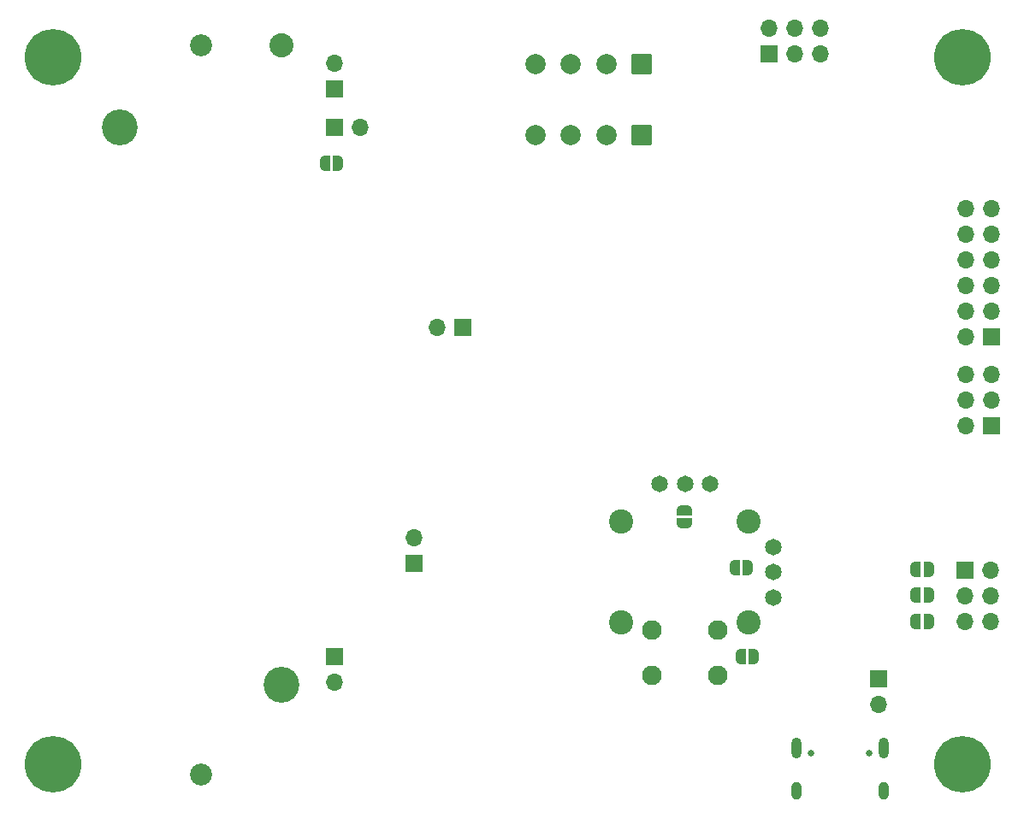
<source format=gbs>
%TF.GenerationSoftware,KiCad,Pcbnew,8.0.2*%
%TF.CreationDate,2024-05-30T20:06:03+01:00*%
%TF.ProjectId,StepUp,53746570-5570-42e6-9b69-6361645f7063,v0.1*%
%TF.SameCoordinates,Original*%
%TF.FileFunction,Soldermask,Bot*%
%TF.FilePolarity,Negative*%
%FSLAX46Y46*%
G04 Gerber Fmt 4.6, Leading zero omitted, Abs format (unit mm)*
G04 Created by KiCad (PCBNEW 8.0.2) date 2024-05-30 20:06:03*
%MOMM*%
%LPD*%
G01*
G04 APERTURE LIST*
G04 Aperture macros list*
%AMRoundRect*
0 Rectangle with rounded corners*
0 $1 Rounding radius*
0 $2 $3 $4 $5 $6 $7 $8 $9 X,Y pos of 4 corners*
0 Add a 4 corners polygon primitive as box body*
4,1,4,$2,$3,$4,$5,$6,$7,$8,$9,$2,$3,0*
0 Add four circle primitives for the rounded corners*
1,1,$1+$1,$2,$3*
1,1,$1+$1,$4,$5*
1,1,$1+$1,$6,$7*
1,1,$1+$1,$8,$9*
0 Add four rect primitives between the rounded corners*
20,1,$1+$1,$2,$3,$4,$5,0*
20,1,$1+$1,$4,$5,$6,$7,0*
20,1,$1+$1,$6,$7,$8,$9,0*
20,1,$1+$1,$8,$9,$2,$3,0*%
%AMFreePoly0*
4,1,19,0.500000,-0.750000,0.000000,-0.750000,0.000000,-0.744911,-0.071157,-0.744911,-0.207708,-0.704816,-0.327430,-0.627875,-0.420627,-0.520320,-0.479746,-0.390866,-0.500000,-0.250000,-0.500000,0.250000,-0.479746,0.390866,-0.420627,0.520320,-0.327430,0.627875,-0.207708,0.704816,-0.071157,0.744911,0.000000,0.744911,0.000000,0.750000,0.500000,0.750000,0.500000,-0.750000,0.500000,-0.750000,
$1*%
%AMFreePoly1*
4,1,19,0.000000,0.744911,0.071157,0.744911,0.207708,0.704816,0.327430,0.627875,0.420627,0.520320,0.479746,0.390866,0.500000,0.250000,0.500000,-0.250000,0.479746,-0.390866,0.420627,-0.520320,0.327430,-0.627875,0.207708,-0.704816,0.071157,-0.744911,0.000000,-0.744911,0.000000,-0.750000,-0.500000,-0.750000,-0.500000,0.750000,0.000000,0.750000,0.000000,0.744911,0.000000,0.744911,
$1*%
G04 Aperture macros list end*
%ADD10C,2.184000*%
%ADD11C,2.390000*%
%ADD12C,3.550000*%
%ADD13O,1.000000X1.800000*%
%ADD14O,1.000000X2.100000*%
%ADD15C,0.650000*%
%ADD16C,1.650000*%
%ADD17C,1.950000*%
%ADD18C,2.400000*%
%ADD19C,5.600000*%
%ADD20R,1.700000X1.700000*%
%ADD21O,1.700000X1.700000*%
%ADD22RoundRect,0.102000X0.900000X0.900000X-0.900000X0.900000X-0.900000X-0.900000X0.900000X-0.900000X0*%
%ADD23C,2.004000*%
%ADD24FreePoly0,180.000000*%
%ADD25FreePoly1,180.000000*%
%ADD26FreePoly0,270.000000*%
%ADD27FreePoly1,270.000000*%
%ADD28FreePoly0,0.000000*%
%ADD29FreePoly1,0.000000*%
G04 APERTURE END LIST*
D10*
%TO.C,BT1*%
X45390000Y-27802000D03*
X45390000Y-100022000D03*
D11*
X53390000Y-27802000D03*
D12*
X37390000Y-36002000D03*
X53390000Y-91202000D03*
%TD*%
D13*
%TO.C,J1*%
X112962000Y-101635000D03*
D14*
X112962000Y-97455000D03*
D13*
X104322000Y-101635000D03*
D14*
X104322000Y-97455000D03*
D15*
X111532000Y-97955000D03*
X105752000Y-97955000D03*
%TD*%
D16*
%TO.C,JOY1*%
X95804500Y-71285000D03*
X93304500Y-71285000D03*
X90804500Y-71285000D03*
X102034500Y-82515000D03*
X102034500Y-80015000D03*
X102034500Y-77515000D03*
D17*
X90054500Y-85765000D03*
X96554500Y-85765000D03*
X90054500Y-90265000D03*
X96554500Y-90265000D03*
D18*
X99629500Y-75015000D03*
X86979500Y-75015000D03*
X86979500Y-85015000D03*
X99629500Y-85015000D03*
%TD*%
D19*
%TO.C,H1*%
X30742000Y-29010000D03*
%TD*%
D20*
%TO.C,J4*%
X123622000Y-56716000D03*
D21*
X121082000Y-56716000D03*
X123622000Y-54176000D03*
X121082000Y-54176000D03*
X123622000Y-51636000D03*
X121082000Y-51636000D03*
X123622000Y-49096000D03*
X121082000Y-49096000D03*
X123622000Y-46556000D03*
X121082000Y-46556000D03*
X123622000Y-44016000D03*
X121082000Y-44016000D03*
%TD*%
D19*
%TO.C,H2*%
X30742000Y-99010000D03*
%TD*%
D22*
%TO.C,J5*%
X89019400Y-36699501D03*
X89019400Y-29699501D03*
D23*
X85519400Y-36699501D03*
X85519400Y-29699501D03*
X82019400Y-36699501D03*
X82019400Y-29699501D03*
X78519400Y-36699501D03*
X78519400Y-29699501D03*
%TD*%
D20*
%TO.C,J3*%
X123617000Y-65535000D03*
D21*
X121077000Y-65535000D03*
X123617000Y-62995000D03*
X121077000Y-62995000D03*
X123617000Y-60455000D03*
X121077000Y-60455000D03*
%TD*%
D20*
%TO.C,J8*%
X58594000Y-88347000D03*
D21*
X58594000Y-90887000D03*
%TD*%
D20*
%TO.C,J9*%
X71303000Y-55784000D03*
D21*
X68763000Y-55784000D03*
%TD*%
D19*
%TO.C,H4*%
X120742000Y-99010000D03*
%TD*%
D20*
%TO.C,J6*%
X66542000Y-79185000D03*
D21*
X66542000Y-76645000D03*
%TD*%
D20*
%TO.C,J10*%
X101617000Y-28685000D03*
D21*
X101617000Y-26145000D03*
X104157000Y-28685000D03*
X104157000Y-26145000D03*
X106697000Y-28685000D03*
X106697000Y-26145000D03*
%TD*%
D20*
%TO.C,J2*%
X112446000Y-90577000D03*
D21*
X112446000Y-93117000D03*
%TD*%
D20*
%TO.C,J11*%
X58598000Y-32167000D03*
D21*
X58598000Y-29627000D03*
%TD*%
D19*
%TO.C,H3*%
X120742000Y-29010000D03*
%TD*%
D20*
%TO.C,J12*%
X121072000Y-79810000D03*
D21*
X123612000Y-79810000D03*
X121072000Y-82350000D03*
X123612000Y-82350000D03*
X121072000Y-84890000D03*
X123612000Y-84890000D03*
%TD*%
D20*
%TO.C,J7*%
X58593000Y-35972000D03*
D21*
X61133000Y-35972000D03*
%TD*%
D24*
%TO.C,JP3*%
X58994000Y-39528000D03*
D25*
X57694000Y-39528000D03*
%TD*%
D24*
%TO.C,JP13*%
X100142000Y-88410000D03*
D25*
X98842000Y-88410000D03*
%TD*%
D26*
%TO.C,JP8*%
X93292000Y-73860000D03*
D27*
X93292000Y-75160000D03*
%TD*%
D28*
%TO.C,JP12*%
X116142000Y-84910000D03*
D29*
X117442000Y-84910000D03*
%TD*%
D28*
%TO.C,JP11*%
X116142000Y-82310000D03*
D29*
X117442000Y-82310000D03*
%TD*%
D28*
%TO.C,JP10*%
X116142000Y-79710000D03*
D29*
X117442000Y-79710000D03*
%TD*%
D24*
%TO.C,JP9*%
X99542000Y-79610000D03*
D25*
X98242000Y-79610000D03*
%TD*%
M02*

</source>
